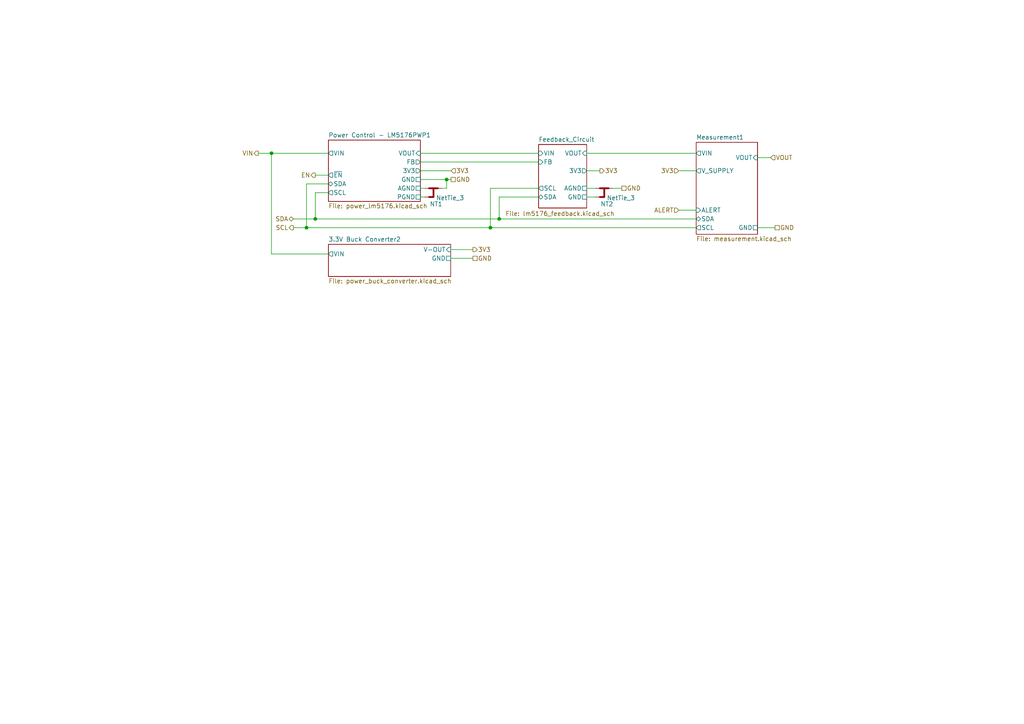
<source format=kicad_sch>
(kicad_sch (version 20250114) (generator "eeschema") (generator_version "9.0")
  (paper "A4")
  (lib_symbols
    (symbol "Device:NetTie_3" (pin_numbers (hide yes)) (pin_names (offset 0) (hide yes)) (in_bom no)
      (property "Reference" "NT" (at 0 1.27 0))
      (property "Value" "NetTie_3" (at 0 -3.81 0))
      (symbol "NetTie_3_0_1"
        (polyline (pts (xy -1.27 0) (xy 1.27 0)) (stroke (width 0.508)))
        (polyline (pts (xy 0 0) (xy 0 -2.54) (xy -1.27 -2.54)) (stroke (width 0.508)))
      )
      (symbol "NetTie_3_1_1"
        (pin passive line (at -2.54 0 0) (length 2.54) (name "1") (number "1"))
        (pin passive line (at -2.54 -2.54 0) (length 2.54) (name "3") (number "3"))
        (pin passive line (at 2.54 0 180) (length 2.54) (name "2") (number "2"))
      )
    )
  )
  (junction (at 142.24 66.04))
  (junction (at 129.54 52.07))
  (junction (at 144.78 63.5))
  (junction (at 78.74 44.45))
  (junction (at 91.44 63.5))
  (junction (at 88.9 66.04))
  (wire (pts (xy 142.24 54.61) (xy 142.24 66.04)))
  (wire (pts (xy 130.7338 72.39) (xy 137.16 72.39)))
  (wire (pts (xy 170.18 54.61) (xy 172.72 54.61)))
  (wire (pts (xy 219.71 45.72) (xy 223.52 45.72)))
  (wire (pts (xy 121.92 46.99) (xy 156.21 46.99)))
  (wire (pts (xy 121.92 57.15) (xy 123.19 57.15)))
  (wire (pts (xy 121.92 49.53) (xy 130.81 49.53)))
  (wire (pts (xy 170.18 49.53) (xy 173.99 49.53)))
  (wire (pts (xy 121.92 54.61) (xy 123.19 54.61)))
  (wire (pts (xy 130.7338 74.93) (xy 137.16 74.93)))
  (wire (pts (xy 85.09 66.04) (xy 88.9 66.04)))
  (wire (pts (xy 142.24 66.04) (xy 201.93 66.04)))
  (wire (pts (xy 144.78 57.15) (xy 144.78 63.5)))
  (wire (pts (xy 129.54 52.07) (xy 130.81 52.07)))
  (wire (pts (xy 88.9 53.34) (xy 88.9 66.04)))
  (wire (pts (xy 170.18 57.15) (xy 172.72 57.15)))
  (wire (pts (xy 121.92 44.45) (xy 156.21 44.45)))
  (wire (pts (xy 78.74 73.66) (xy 95.25 73.66)))
  (wire (pts (xy 177.8 54.61) (xy 180.34 54.61)))
  (wire (pts (xy 78.74 44.45) (xy 78.74 73.66)))
  (wire (pts (xy 85.09 63.5) (xy 91.44 63.5)))
  (wire (pts (xy 128.27 54.61) (xy 129.54 54.61)))
  (wire (pts (xy 91.44 55.88) (xy 91.44 63.5)))
  (wire (pts (xy 74.93 44.45) (xy 78.74 44.45)))
  (wire (pts (xy 91.44 55.88) (xy 95.25 55.88)))
  (wire (pts (xy 144.78 63.5) (xy 201.93 63.5)))
  (wire (pts (xy 196.85 49.53) (xy 201.93 49.53)))
  (wire (pts (xy 170.18 44.45) (xy 201.93 44.45)))
  (wire (pts (xy 144.78 57.15) (xy 156.21 57.15)))
  (wire (pts (xy 142.24 54.61) (xy 156.21 54.61)))
  (wire (pts (xy 129.54 54.61) (xy 129.54 52.07)))
  (wire (pts (xy 78.74 44.45) (xy 95.25 44.45)))
  (wire (pts (xy 91.44 63.5) (xy 144.78 63.5)))
  (wire (pts (xy 88.9 66.04) (xy 142.24 66.04)))
  (wire (pts (xy 91.44 50.8) (xy 95.25 50.8)))
  (wire (pts (xy 219.71 66.04) (xy 224.79 66.04)))
  (wire (pts (xy 121.92 52.07) (xy 129.54 52.07)))
  (wire (pts (xy 88.9 53.34) (xy 95.25 53.34)))
  (wire (pts (xy 196.85 60.96) (xy 201.93 60.96)))
  (hierarchical_label "VIN" (shape output) (at 74.93 44.45 180))
  (hierarchical_label "3V3" (shape output) (at 137.16 72.39 0))
  (hierarchical_label "SCL" (shape output) (at 85.09 66.04 180))
  (hierarchical_label "GND" (shape passive) (at 137.16 74.93 0))
  (hierarchical_label "GND" (shape passive) (at 130.81 52.07 0))
  (hierarchical_label "VOUT" (shape input) (at 223.52 45.72 0))
  (hierarchical_label "GND" (shape passive) (at 180.34 54.61 0))
  (hierarchical_label "3V3" (shape output) (at 173.99 49.53 0))
  (hierarchical_label "SDA" (shape bidirectional) (at 85.09 63.5 180))
  (hierarchical_label "EN" (shape output) (at 91.44 50.8 180))
  (hierarchical_label "3V3" (shape input) (at 196.85 49.53 180))
  (hierarchical_label "GND" (shape passive) (at 224.79 66.04 0))
  (hierarchical_label "3V3" (shape input) (at 130.81 49.53 0))
  (hierarchical_label "ALERT" (shape input) (at 196.85 60.96 180))
  (symbol (lib_id "Device:NetTie_3") (at 175.26 54.61 0) (unit 1) (in_bom no)
    (property "Reference" "NT2" (at 176.022 59.182 0))
    (property "Value" "NetTie_3" (at 180.086 57.404 0))
    (property "Description" "Net tie, 3 pins" (effects (hide yes)))
  )
  (symbol (lib_id "Device:NetTie_3") (at 125.73 54.61 0) (unit 1) (in_bom no)
    (property "Reference" "NT1" (at 126.492 59.182 0))
    (property "Value" "NetTie_3" (at 130.556 57.404 0))
    (property "Description" "Net tie, 3 pins" (effects (hide yes)))
  )
  (sheet (at 201.93 41.275) (size 17.78 26.67) (stroke (width 0.1524))
    (property "Sheetname" "Measurement1" (at 201.93 40.5634 0) (effects (justify left bottom)))
    (property "Sheetfile" "measurement.kicad_sch" (at 201.93 68.5296 0) (effects (justify left top)))
    (pin "VIN" output (at 201.93 44.45 180))
    (pin "VOUT" input (at 219.71 45.72 0))
    (pin "GND" passive (at 219.71 66.04 0))
    (pin "V_SUPPLY" output (at 201.93 49.53 180))
    (pin "ALERT" input (at 201.93 60.96 180))
    (pin "SCL" output (at 201.93 66.04 180))
    (pin "SDA" bidirectional (at 201.93 63.5 180))
  )
  (sheet (at 95.25 40.64) (size 26.67 17.78) (stroke (width 0.1524))
    (property "Sheetname" "Power Control - LM5176PWP1" (at 95.25 39.9284 0) (effects (justify left bottom)))
    (property "Sheetfile" "power_lm5176.kicad_sch" (at 95.25 59.0046 0) (effects (justify left top)))
    (pin "GND" passive (at 121.92 52.07 0))
    (pin "3V3" output (at 121.92 49.53 0))
    (pin "SCL" output (at 95.25 55.88 180))
    (pin "SDA" bidirectional (at 95.25 53.34 180))
    (pin "AGND" passive (at 121.92 54.61 0))
    (pin "VOUT" input (at 121.92 44.45 0))
    (pin "PGND" passive (at 121.92 57.15 0))
    (pin "VIN" output (at 95.25 44.45 180))
    (pin "FB" output (at 121.92 46.99 0))
    (pin "~{EN}" output (at 95.25 50.8 180))
  )
  (sheet (at 95.25 70.866) (size 35.4838 9.3218) (stroke (width 0.1524))
    (property "Sheetname" "3.3V Buck Converter2" (at 95.25 70.1544 0) (effects (justify left bottom)))
    (property "Sheetfile" "power_buck_converter.kicad_sch" (at 95.25 80.7724 0) (effects (justify left top)))
    (pin "V-OUT" input (at 130.7338 72.39 0))
    (pin "GND" passive (at 130.7338 74.93 0))
    (pin "VIN" output (at 95.25 73.66 180))
  )
  (sheet (at 156.21 41.91) (size 13.97 18.415) (stroke (width 0.1524))
    (property "Sheetname" "Feedback_Circuit" (at 156.21 41.1984 0) (effects (justify left bottom)))
    (property "Sheetfile" "lm5176_feedback.kicad_sch" (at 146.558 61.214 0) (effects (justify left top)))
    (pin "SDA" bidirectional (at 156.21 57.15 180))
    (pin "VOUT" input (at 170.18 44.45 0))
    (pin "VIN" input (at 156.21 44.45 180))
    (pin "GND" passive (at 170.18 57.15 0))
    (pin "3V3" output (at 170.18 49.53 0))
    (pin "SCL" output (at 156.21 54.61 180))
    (pin "FB" input (at 156.21 46.99 180))
    (pin "AGND" passive (at 170.18 54.61 0))
  )
)
</source>
